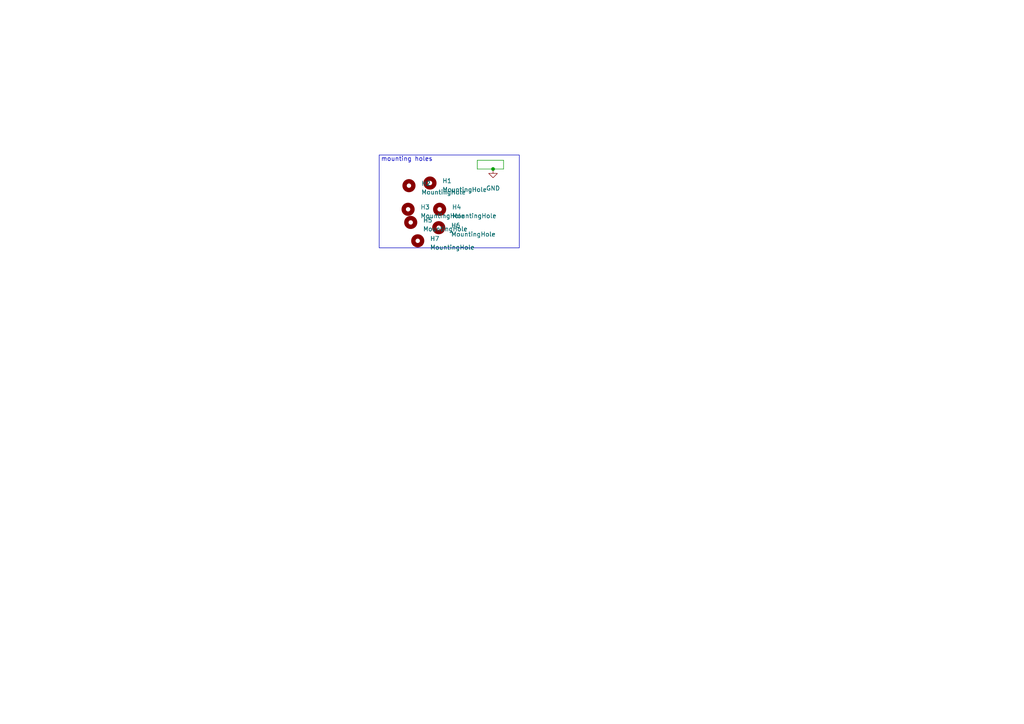
<source format=kicad_sch>
(kicad_sch (version 20230121) (generator eeschema)

  (uuid 2c391b39-e6ee-4502-a0fa-654d60bc7ce7)

  (paper "A4")

  (lib_symbols
    (symbol "Mechanical:MountingHole" (pin_names (offset 1.016)) (in_bom yes) (on_board yes)
      (property "Reference" "H" (at 0 5.08 0)
        (effects (font (size 1.27 1.27)))
      )
      (property "Value" "MountingHole" (at 0 3.175 0)
        (effects (font (size 1.27 1.27)))
      )
      (property "Footprint" "" (at 0 0 0)
        (effects (font (size 1.27 1.27)) hide)
      )
      (property "Datasheet" "~" (at 0 0 0)
        (effects (font (size 1.27 1.27)) hide)
      )
      (property "ki_keywords" "mounting hole" (at 0 0 0)
        (effects (font (size 1.27 1.27)) hide)
      )
      (property "ki_description" "Mounting Hole without connection" (at 0 0 0)
        (effects (font (size 1.27 1.27)) hide)
      )
      (property "ki_fp_filters" "MountingHole*" (at 0 0 0)
        (effects (font (size 1.27 1.27)) hide)
      )
      (symbol "MountingHole_0_1"
        (circle (center 0 0) (radius 1.27)
          (stroke (width 1.27) (type default))
          (fill (type none))
        )
      )
    )
    (symbol "PCM_4ms_Power-symbol:GND" (power) (pin_names (offset 0)) (in_bom yes) (on_board yes)
      (property "Reference" "#PWR" (at 0 -6.35 0)
        (effects (font (size 1.27 1.27)) hide)
      )
      (property "Value" "GND" (at 0 -3.81 0)
        (effects (font (size 1.27 1.27)))
      )
      (property "Footprint" "" (at 0 0 0)
        (effects (font (size 1.27 1.27)) hide)
      )
      (property "Datasheet" "" (at 0 0 0)
        (effects (font (size 1.27 1.27)) hide)
      )
      (symbol "GND_0_1"
        (polyline
          (pts
            (xy 0 0)
            (xy 0 -1.27)
            (xy 1.27 -1.27)
            (xy 0 -2.54)
            (xy -1.27 -1.27)
            (xy 0 -1.27)
          )
          (stroke (width 0) (type default))
          (fill (type none))
        )
      )
      (symbol "GND_1_1"
        (pin power_in line (at 0 0 270) (length 0) hide
          (name "GND" (effects (font (size 1.27 1.27))))
          (number "1" (effects (font (size 1.27 1.27))))
        )
      )
    )
  )

  (junction (at 143.002 49.022) (diameter 0) (color 0 0 0 0)
    (uuid 6385c9cb-8047-425c-8a46-bcade0a696e8)
  )

  (wire (pts (xy 138.43 49.022) (xy 138.43 46.482))
    (stroke (width 0) (type default))
    (uuid 069b9a51-9c93-4a37-964f-d72f6bcf8378)
  )
  (wire (pts (xy 146.05 46.482) (xy 146.05 49.022))
    (stroke (width 0) (type default))
    (uuid 1c9d69fb-58f6-4e9e-9d12-3d041488e597)
  )
  (wire (pts (xy 138.43 46.482) (xy 146.05 46.482))
    (stroke (width 0) (type default))
    (uuid 5dfb18b7-60ff-4429-9040-25fafa91fab5)
  )
  (wire (pts (xy 143.002 49.022) (xy 138.43 49.022))
    (stroke (width 0) (type default))
    (uuid 9009fa9c-77b4-46fe-b609-8fe11f4224f8)
  )
  (wire (pts (xy 146.05 49.022) (xy 143.002 49.022))
    (stroke (width 0) (type default))
    (uuid dfe93913-7807-4187-ae58-c903f53bee3e)
  )

  (rectangle (start 109.982 44.958) (end 150.622 71.882)
    (stroke (width 0) (type default))
    (fill (type none))
    (uuid 66dd479e-4dda-426d-bb47-a089308e562d)
  )

  (text "mounting holes" (at 110.49 46.99 0)
    (effects (font (size 1.27 1.27)) (justify left bottom))
    (uuid 06caedd3-eed4-44e0-a8e9-d04d17f751f6)
  )

  (symbol (lib_id "Mechanical:MountingHole") (at 127.508 60.706 0) (unit 1)
    (in_bom yes) (on_board yes) (dnp no) (fields_autoplaced)
    (uuid 01c365c7-e1d7-4a17-b83d-d21fcc1e4029)
    (property "Reference" "H4" (at 131.064 60.071 0)
      (effects (font (size 1.27 1.27)) (justify left))
    )
    (property "Value" "MountingHole" (at 131.064 62.611 0)
      (effects (font (size 1.27 1.27)) (justify left))
    )
    (property "Footprint" "MountingHole:MountingHole_2.2mm_M2" (at 127.508 60.706 0)
      (effects (font (size 1.27 1.27)) hide)
    )
    (property "Datasheet" "~" (at 127.508 60.706 0)
      (effects (font (size 1.27 1.27)) hide)
    )
    (instances
      (project "Basepiece"
        (path "/2c391b39-e6ee-4502-a0fa-654d60bc7ce7"
          (reference "H4") (unit 1)
        )
      )
    )
  )

  (symbol (lib_id "Mechanical:MountingHole") (at 118.618 53.848 0) (unit 1)
    (in_bom yes) (on_board yes) (dnp no) (fields_autoplaced)
    (uuid 04b1b311-8ffc-4f5d-a600-b22f26992fa4)
    (property "Reference" "H2" (at 122.174 53.213 0)
      (effects (font (size 1.27 1.27)) (justify left))
    )
    (property "Value" "MountingHole" (at 122.174 55.753 0)
      (effects (font (size 1.27 1.27)) (justify left))
    )
    (property "Footprint" "MountingHole:MountingHole_2.2mm_M2" (at 118.618 53.848 0)
      (effects (font (size 1.27 1.27)) hide)
    )
    (property "Datasheet" "~" (at 118.618 53.848 0)
      (effects (font (size 1.27 1.27)) hide)
    )
    (instances
      (project "Basepiece"
        (path "/2c391b39-e6ee-4502-a0fa-654d60bc7ce7"
          (reference "H2") (unit 1)
        )
      )
    )
  )

  (symbol (lib_id "Mechanical:MountingHole") (at 127.254 66.04 0) (unit 1)
    (in_bom yes) (on_board yes) (dnp no) (fields_autoplaced)
    (uuid 1b15a739-daee-464b-8fbe-f141d01ba5e4)
    (property "Reference" "H6" (at 130.81 65.405 0)
      (effects (font (size 1.27 1.27)) (justify left))
    )
    (property "Value" "MountingHole" (at 130.81 67.945 0)
      (effects (font (size 1.27 1.27)) (justify left))
    )
    (property "Footprint" "MountingHole:MountingHole_2.2mm_M2" (at 127.254 66.04 0)
      (effects (font (size 1.27 1.27)) hide)
    )
    (property "Datasheet" "~" (at 127.254 66.04 0)
      (effects (font (size 1.27 1.27)) hide)
    )
    (instances
      (project "Basepiece"
        (path "/2c391b39-e6ee-4502-a0fa-654d60bc7ce7"
          (reference "H6") (unit 1)
        )
      )
    )
  )

  (symbol (lib_id "Mechanical:MountingHole") (at 119.126 64.516 0) (unit 1)
    (in_bom yes) (on_board yes) (dnp no) (fields_autoplaced)
    (uuid 349fc4a5-5c34-46c3-b55e-18e2f92e8ed8)
    (property "Reference" "H5" (at 122.682 63.881 0)
      (effects (font (size 1.27 1.27)) (justify left))
    )
    (property "Value" "MountingHole" (at 122.682 66.421 0)
      (effects (font (size 1.27 1.27)) (justify left))
    )
    (property "Footprint" "MountingHole:MountingHole_2.2mm_M2" (at 119.126 64.516 0)
      (effects (font (size 1.27 1.27)) hide)
    )
    (property "Datasheet" "~" (at 119.126 64.516 0)
      (effects (font (size 1.27 1.27)) hide)
    )
    (instances
      (project "Basepiece"
        (path "/2c391b39-e6ee-4502-a0fa-654d60bc7ce7"
          (reference "H5") (unit 1)
        )
      )
    )
  )

  (symbol (lib_id "PCM_4ms_Power-symbol:GND") (at 143.002 49.022 0) (unit 1)
    (in_bom yes) (on_board yes) (dnp no) (fields_autoplaced)
    (uuid 3e38c448-60b0-41a4-bd24-6ab4ccf55def)
    (property "Reference" "#PWR01" (at 143.002 55.372 0)
      (effects (font (size 1.27 1.27)) hide)
    )
    (property "Value" "GND" (at 143.002 54.61 0)
      (effects (font (size 1.27 1.27)))
    )
    (property "Footprint" "" (at 143.002 49.022 0)
      (effects (font (size 1.27 1.27)) hide)
    )
    (property "Datasheet" "" (at 143.002 49.022 0)
      (effects (font (size 1.27 1.27)) hide)
    )
    (pin "1" (uuid 22b2531d-e8c6-4075-8633-7d1b7d52bec4))
    (instances
      (project "Basepiece"
        (path "/2c391b39-e6ee-4502-a0fa-654d60bc7ce7"
          (reference "#PWR01") (unit 1)
        )
      )
    )
  )

  (symbol (lib_id "Mechanical:MountingHole") (at 124.714 53.086 0) (unit 1)
    (in_bom yes) (on_board yes) (dnp no) (fields_autoplaced)
    (uuid 791dc4af-9eaa-4e39-b4f8-50d99c81919c)
    (property "Reference" "H1" (at 128.27 52.451 0)
      (effects (font (size 1.27 1.27)) (justify left))
    )
    (property "Value" "MountingHole" (at 128.27 54.991 0)
      (effects (font (size 1.27 1.27)) (justify left))
    )
    (property "Footprint" "MountingHole:MountingHole_2.2mm_M2" (at 124.714 53.086 0)
      (effects (font (size 1.27 1.27)) hide)
    )
    (property "Datasheet" "~" (at 124.714 53.086 0)
      (effects (font (size 1.27 1.27)) hide)
    )
    (instances
      (project "Basepiece"
        (path "/2c391b39-e6ee-4502-a0fa-654d60bc7ce7"
          (reference "H1") (unit 1)
        )
      )
    )
  )

  (symbol (lib_id "Mechanical:MountingHole") (at 118.364 60.706 0) (unit 1)
    (in_bom yes) (on_board yes) (dnp no) (fields_autoplaced)
    (uuid b5336919-4c56-433a-8a64-35ba67f72377)
    (property "Reference" "H3" (at 121.92 60.071 0)
      (effects (font (size 1.27 1.27)) (justify left))
    )
    (property "Value" "MountingHole" (at 121.92 62.611 0)
      (effects (font (size 1.27 1.27)) (justify left))
    )
    (property "Footprint" "MountingHole:MountingHole_2.2mm_M2" (at 118.364 60.706 0)
      (effects (font (size 1.27 1.27)) hide)
    )
    (property "Datasheet" "~" (at 118.364 60.706 0)
      (effects (font (size 1.27 1.27)) hide)
    )
    (instances
      (project "Basepiece"
        (path "/2c391b39-e6ee-4502-a0fa-654d60bc7ce7"
          (reference "H3") (unit 1)
        )
      )
    )
  )

  (symbol (lib_id "Mechanical:MountingHole") (at 121.158 69.85 0) (unit 1)
    (in_bom yes) (on_board yes) (dnp no) (fields_autoplaced)
    (uuid f8b4a0df-03fc-4561-bb3f-849f937d87ea)
    (property "Reference" "H7" (at 124.714 69.215 0)
      (effects (font (size 1.27 1.27)) (justify left))
    )
    (property "Value" "MountingHole" (at 124.714 71.755 0)
      (effects (font (size 1.27 1.27)) (justify left))
    )
    (property "Footprint" "MountingHole:MountingHole_2.2mm_M2" (at 121.158 69.85 0)
      (effects (font (size 1.27 1.27)) hide)
    )
    (property "Datasheet" "~" (at 121.158 69.85 0)
      (effects (font (size 1.27 1.27)) hide)
    )
    (instances
      (project "Basepiece"
        (path "/2c391b39-e6ee-4502-a0fa-654d60bc7ce7"
          (reference "H7") (unit 1)
        )
      )
    )
  )

  (sheet_instances
    (path "/" (page "1"))
  )
)

</source>
